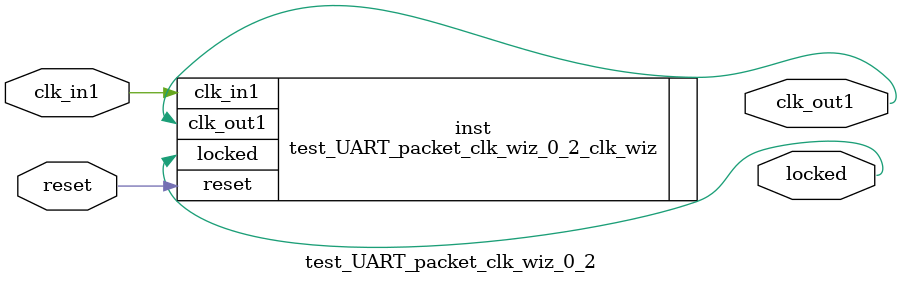
<source format=v>


`timescale 1ps/1ps

(* CORE_GENERATION_INFO = "test_UART_packet_clk_wiz_0_2,clk_wiz_v6_0_6_0_0,{component_name=test_UART_packet_clk_wiz_0_2,use_phase_alignment=true,use_min_o_jitter=false,use_max_i_jitter=false,use_dyn_phase_shift=false,use_inclk_switchover=false,use_dyn_reconfig=false,enable_axi=0,feedback_source=FDBK_AUTO,PRIMITIVE=MMCM,num_out_clk=1,clkin1_period=10.000,clkin2_period=10.000,use_power_down=false,use_reset=true,use_locked=true,use_inclk_stopped=false,feedback_type=SINGLE,CLOCK_MGR_TYPE=NA,manual_override=false}" *)

module test_UART_packet_clk_wiz_0_2 
 (
  // Clock out ports
  output        clk_out1,
  // Status and control signals
  input         reset,
  output        locked,
 // Clock in ports
  input         clk_in1
 );

  test_UART_packet_clk_wiz_0_2_clk_wiz inst
  (
  // Clock out ports  
  .clk_out1(clk_out1),
  // Status and control signals               
  .reset(reset), 
  .locked(locked),
 // Clock in ports
  .clk_in1(clk_in1)
  );

endmodule

</source>
